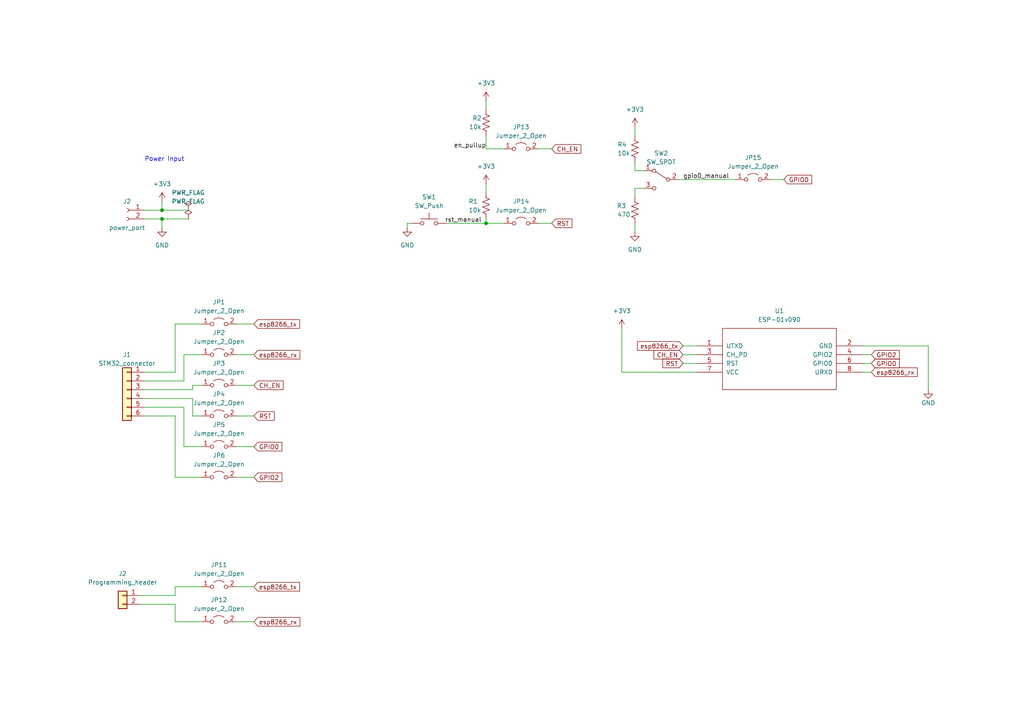
<source format=kicad_sch>
(kicad_sch (version 20211123) (generator eeschema)
  (paper "A4")
  (title_block (title "Communication Subsystem Schematic") (company "Team 23: Wherehouse") (comment 1 "ECE 40922 Spring 2023"))
  (lib_symbols
    (symbol "Connector:Conn_01x02_Female" (pin_names (offset 1.016) hide)
      (property "Reference" "J" (at 0 2.54 0))
      (property "Value" "Conn_01x02_Female" (at 0 -5.08 0))
      (symbol "Conn_01x02_Female_1_1"
        (arc (start 0 -2.032) (mid -0.508 -2.54) (end 0 -3.048) (stroke (width 0.1524)))
        (polyline (pts (xy -1.27 -2.54) (xy -0.508 -2.54)) (stroke (width 0.1524)))
        (polyline (pts (xy -1.27 0) (xy -0.508 0)) (stroke (width 0.1524)))
        (arc (start 0 0.508) (mid -0.508 0) (end 0 -0.508) (stroke (width 0.1524)))
        (pin passive line (at -5.08 0 0) (length 3.81) (name "Pin_1") (number "1"))
        (pin passive line (at -5.08 -2.54 0) (length 3.81) (name "Pin_2") (number "2"))
      )
    )
    (symbol "Connector_Generic:Conn_01x02" (pin_names (offset 1.016) hide)
      (property "Reference" "J" (at 0 2.54 0))
      (property "Value" "Conn_01x02" (at 0 -5.08 0))
      (symbol "Conn_01x02_1_1"
        (rectangle (start -1.27 -2.413) (end 0 -2.667) (stroke (width 0.1524)))
        (rectangle (start -1.27 0.127) (end 0 -0.127) (stroke (width 0.1524)))
        (rectangle (start -1.27 1.27) (end 1.27 -3.81) (stroke (width 0.254)) (fill (type background)))
        (pin passive line (at -5.08 0 0) (length 3.81) (name "Pin_1") (number "1"))
        (pin passive line (at -5.08 -2.54 0) (length 3.81) (name "Pin_2") (number "2"))
      )
    )
    (symbol "Connector_Generic:Conn_01x06" (pin_names (offset 1.016) hide)
      (property "Reference" "J" (at 0 7.62 0))
      (property "Value" "Conn_01x06" (at 0 -10.16 0))
      (symbol "Conn_01x06_1_1"
        (rectangle (start -1.27 -7.493) (end 0 -7.747) (stroke (width 0.1524)))
        (rectangle (start -1.27 -4.953) (end 0 -5.207) (stroke (width 0.1524)))
        (rectangle (start -1.27 -2.413) (end 0 -2.667) (stroke (width 0.1524)))
        (rectangle (start -1.27 0.127) (end 0 -0.127) (stroke (width 0.1524)))
        (rectangle (start -1.27 2.667) (end 0 2.413) (stroke (width 0.1524)))
        (rectangle (start -1.27 5.207) (end 0 4.953) (stroke (width 0.1524)))
        (rectangle (start -1.27 6.35) (end 1.27 -8.89) (stroke (width 0.254)) (fill (type background)))
        (pin passive line (at -5.08 5.08 0) (length 3.81) (name "Pin_1") (number "1"))
        (pin passive line (at -5.08 2.54 0) (length 3.81) (name "Pin_2") (number "2"))
        (pin passive line (at -5.08 0 0) (length 3.81) (name "Pin_3") (number "3"))
        (pin passive line (at -5.08 -2.54 0) (length 3.81) (name "Pin_4") (number "4"))
        (pin passive line (at -5.08 -5.08 0) (length 3.81) (name "Pin_5") (number "5"))
        (pin passive line (at -5.08 -7.62 0) (length 3.81) (name "Pin_6") (number "6"))
      )
    )
    (symbol "Device:R_US" (pin_numbers hide) (pin_names (offset 0))
      (property "Reference" "R" (at 2.54 0 90))
      (property "Value" "R_US" (at -2.54 0 90))
      (symbol "R_US_0_1"
        (polyline (pts (xy 0 -2.286) (xy 0 -2.54)))
        (polyline (pts (xy 0 2.286) (xy 0 2.54)))
        (polyline (pts (xy 0 -0.762) (xy 1.016 -1.143) (xy 0 -1.524) (xy -1.016 -1.905) (xy 0 -2.286)))
        (polyline (pts (xy 0 0.762) (xy 1.016 0.381) (xy 0 0) (xy -1.016 -0.381) (xy 0 -0.762)))
        (polyline (pts (xy 0 2.286) (xy 1.016 1.905) (xy 0 1.524) (xy -1.016 1.143) (xy 0 0.762)))
      )
      (symbol "R_US_1_1"
        (pin passive line (at 0 3.81 270) (length 1.27) (name "~") (number "1"))
        (pin passive line (at 0 -3.81 90) (length 1.27) (name "~") (number "2"))
      )
    )
    (symbol "ESP8266:ESP-01v090" (pin_names (offset 1.016))
      (property "Reference" "U" (at 0 -2.54 0))
      (property "Value" "ESP-01v090" (at 0 2.54 0))
      (symbol "ESP-01v090_1_0"
        (rectangle (start -16.51 -8.89) (end 16.51 8.89))
      )
      (symbol "ESP-01v090_1_1"
        (pin output line (at -24.13 3.81 0) (length 7.62) (name "UTXD") (number "1"))
        (pin power_in line (at 24.13 3.81 180) (length 7.62) (name "GND") (number "2"))
        (pin input line (at -24.13 1.27 0) (length 7.62) (name "CH_PD") (number "3"))
        (pin tri_state line (at 24.13 1.27 180) (length 7.62) (name "GPIO2") (number "4"))
        (pin input line (at -24.13 -1.27 0) (length 7.62) (name "RST") (number "5"))
        (pin tri_state line (at 24.13 -1.27 180) (length 7.62) (name "GPIO0") (number "6"))
        (pin power_in line (at -24.13 -3.81 0) (length 7.62) (name "VCC") (number "7"))
        (pin input line (at 24.13 -3.81 180) (length 7.62) (name "URXD") (number "8"))
      )
    )
    (symbol "Jumper:Jumper_2_Open" (pin_names (offset 0) hide)
      (property "Reference" "JP" (at 0 2.794 0))
      (property "Value" "Jumper_2_Open" (at 0 -2.286 0))
      (symbol "Jumper_2_Open_0_0"
        (circle (center -2.032 0) (radius 0.508))
        (circle (center 2.032 0) (radius 0.508))
      )
      (symbol "Jumper_2_Open_0_1"
        (arc (start 1.524 1.27) (mid 0 1.778) (end -1.524 1.27))
      )
      (symbol "Jumper_2_Open_1_1"
        (pin passive line (at -5.08 0 0) (length 2.54) (name "A") (number "1"))
        (pin passive line (at 5.08 0 180) (length 2.54) (name "B") (number "2"))
      )
    )
    (symbol "Switch:SW_Push" (pin_numbers hide) (pin_names (offset 1.016) hide)
      (property "Reference" "SW" (at 1.27 2.54 0))
      (property "Value" "SW_Push" (at 0 -1.524 0))
      (symbol "SW_Push_0_1"
        (circle (center -2.032 0) (radius 0.508))
        (polyline (pts (xy 0 1.27) (xy 0 3.048)))
        (polyline (pts (xy 2.54 1.27) (xy -2.54 1.27)))
        (circle (center 2.032 0) (radius 0.508))
        (pin passive line (at -5.08 0 0) (length 2.54) (name "1") (number "1"))
        (pin passive line (at 5.08 0 180) (length 2.54) (name "2") (number "2"))
      )
    )
    (symbol "Switch:SW_SPDT" (pin_names (offset 0) hide)
      (property "Reference" "SW" (at 0 4.318 0))
      (property "Value" "SW_SPDT" (at 0 -5.08 0))
      (symbol "SW_SPDT_0_0"
        (circle (center -2.032 0) (radius 0.508))
        (circle (center 2.032 -2.54) (radius 0.508))
      )
      (symbol "SW_SPDT_0_1"
        (polyline (pts (xy -1.524 0.254) (xy 1.651 2.286)))
        (circle (center 2.032 2.54) (radius 0.508))
      )
      (symbol "SW_SPDT_1_1"
        (pin passive line (at 5.08 2.54 180) (length 2.54) (name "A") (number "1"))
        (pin passive line (at -5.08 0 0) (length 2.54) (name "B") (number "2"))
        (pin passive line (at 5.08 -2.54 180) (length 2.54) (name "C") (number "3"))
      )
    )
    (symbol "power:+3V3" (power) (pin_names (offset 0))
      (property "Value" "+3V3" (at 0 3.556 0))
      (symbol "+3V3_0_1"
        (polyline (pts (xy -0.762 1.27) (xy 0 2.54)))
        (polyline (pts (xy 0 0) (xy 0 2.54)))
        (polyline (pts (xy 0 2.54) (xy 0.762 1.27)))
      )
      (symbol "+3V3_1_1"
        (pin power_in line (at 0 0 90) (length 0) hide (name "+3V3") (number "1"))
      )
    )
    (symbol "power:GND" (power) (pin_names (offset 0))
      (property "Value" "GND" (at 0 -3.81 0))
      (symbol "GND_0_1"
        (polyline (pts (xy 0 0) (xy 0 -1.27) (xy 1.27 -1.27) (xy 0 -2.54) (xy -1.27 -1.27) (xy 0 -1.27)))
      )
      (symbol "GND_1_1"
        (pin power_in line (at 0 0 270) (length 0) hide (name "GND") (number "1"))
      )
    )
    (symbol "power:PWR_FLAG" (power) (pin_numbers hide) (pin_names (offset 0) hide)
      (property "Value" "PWR_FLAG" (at 0 3.81 0))
      (symbol "PWR_FLAG_0_0"
        (pin power_out line (at 0 0 90) (length 0) (name "pwr") (number "1"))
      )
      (symbol "PWR_FLAG_0_1"
        (polyline (pts (xy 0 0) (xy 0 1.27) (xy -1.016 1.905) (xy 0 2.54) (xy 1.016 1.905) (xy 0 1.27)))
      )
    )
  )
  (junction (at 46.99 60.96))
  (junction (at 140.97 64.77))
  (junction (at 46.99 63.5))
  (wire (pts (xy 201.93 102.87) (xy 198.12 102.87)))
  (wire (pts (xy 55.88 115.57) (xy 55.88 120.65)))
  (wire (pts (xy 46.99 63.5) (xy 46.99 66.04)))
  (wire (pts (xy 50.8 170.18) (xy 58.42 170.18)))
  (wire (pts (xy 250.19 102.87) (xy 252.73 102.87)))
  (wire (pts (xy 68.58 102.87) (xy 73.66 102.87)))
  (wire (pts (xy 53.34 102.87) (xy 53.34 110.49)))
  (wire (pts (xy 53.34 129.54) (xy 53.34 118.11)))
  (wire (pts (xy 180.34 95.25) (xy 180.34 107.95)))
  (wire (pts (xy 54.61 63.5) (xy 46.99 63.5)))
  (wire (pts (xy 198.12 100.33) (xy 201.93 100.33)))
  (wire (pts (xy 68.58 129.54) (xy 73.66 129.54)))
  (wire (pts (xy 184.15 36.83) (xy 184.15 39.37)))
  (wire (pts (xy 180.34 107.95) (xy 201.93 107.95)))
  (wire (pts (xy 118.11 66.04) (xy 118.11 64.77)))
  (wire (pts (xy 184.15 64.77) (xy 184.15 67.31)))
  (wire (pts (xy 50.8 138.43) (xy 58.42 138.43)))
  (wire (pts (xy 53.34 110.49) (xy 41.91 110.49)))
  (wire (pts (xy 68.58 120.65) (xy 73.66 120.65)))
  (wire (pts (xy 68.58 93.98) (xy 73.66 93.98)))
  (wire (pts (xy 68.58 111.76) (xy 73.66 111.76)))
  (wire (pts (xy 140.97 53.34) (xy 140.97 55.88)))
  (wire (pts (xy 55.88 111.76) (xy 55.88 113.03)))
  (wire (pts (xy 184.15 54.61) (xy 186.69 54.61)))
  (wire (pts (xy 53.34 118.11) (xy 41.91 118.11)))
  (wire (pts (xy 41.91 120.65) (xy 50.8 120.65)))
  (wire (pts (xy 58.42 102.87) (xy 53.34 102.87)))
  (wire (pts (xy 55.88 113.03) (xy 41.91 113.03)))
  (wire (pts (xy 140.97 39.37) (xy 140.97 43.18)))
  (wire (pts (xy 118.11 64.77) (xy 119.38 64.77)))
  (wire (pts (xy 68.58 170.18) (xy 73.66 170.18)))
  (wire (pts (xy 50.8 107.95) (xy 50.8 93.98)))
  (wire (pts (xy 184.15 57.15) (xy 184.15 54.61)))
  (wire (pts (xy 40.64 175.26) (xy 50.8 175.26)))
  (wire (pts (xy 184.15 49.53) (xy 186.69 49.53)))
  (wire (pts (xy 68.58 138.43) (xy 73.66 138.43)))
  (wire (pts (xy 129.54 64.77) (xy 140.97 64.77)))
  (wire (pts (xy 269.24 100.33) (xy 269.24 113.03)))
  (wire (pts (xy 58.42 111.76) (xy 55.88 111.76)))
  (wire (pts (xy 156.21 43.18) (xy 160.02 43.18)))
  (wire (pts (xy 41.91 60.96) (xy 46.99 60.96)))
  (wire (pts (xy 58.42 129.54) (xy 53.34 129.54)))
  (wire (pts (xy 40.64 172.72) (xy 50.8 172.72)))
  (wire (pts (xy 50.8 93.98) (xy 58.42 93.98)))
  (wire (pts (xy 140.97 64.77) (xy 146.05 64.77)))
  (wire (pts (xy 41.91 115.57) (xy 55.88 115.57)))
  (wire (pts (xy 50.8 120.65) (xy 50.8 138.43)))
  (wire (pts (xy 55.88 120.65) (xy 58.42 120.65)))
  (wire (pts (xy 250.19 107.95) (xy 252.73 107.95)))
  (wire (pts (xy 196.85 52.07) (xy 213.36 52.07)))
  (wire (pts (xy 41.91 107.95) (xy 50.8 107.95)))
  (wire (pts (xy 223.52 52.07) (xy 227.33 52.07)))
  (wire (pts (xy 50.8 172.72) (xy 50.8 170.18)))
  (wire (pts (xy 46.99 58.42) (xy 46.99 60.96)))
  (wire (pts (xy 50.8 180.34) (xy 58.42 180.34)))
  (wire (pts (xy 184.15 49.53) (xy 184.15 46.99)))
  (wire (pts (xy 54.61 60.96) (xy 46.99 60.96)))
  (wire (pts (xy 68.58 180.34) (xy 73.66 180.34)))
  (wire (pts (xy 140.97 43.18) (xy 146.05 43.18)))
  (wire (pts (xy 140.97 63.5) (xy 140.97 64.77)))
  (wire (pts (xy 250.19 105.41) (xy 252.73 105.41)))
  (wire (pts (xy 50.8 175.26) (xy 50.8 180.34)))
  (wire (pts (xy 140.97 29.21) (xy 140.97 31.75)))
  (wire (pts (xy 201.93 105.41) (xy 198.12 105.41)))
  (wire (pts (xy 41.91 63.5) (xy 46.99 63.5)))
  (wire (pts (xy 156.21 64.77) (xy 160.02 64.77)))
  (wire (pts (xy 250.19 100.33) (xy 269.24 100.33)))
  (text "Power Input" (at 41.91 46.99 0) (effects (font (size 1.27 1.27)) (justify left bottom)))
  (label "rst_manual" (at 139.7 64.77 180))
  (label "gpio0_manual" (at 198.12 52.07 0))
  (label "en_pullup" (at 140.97 43.18 180))
  (global_label "RST" (shape input) (at 73.66 120.65 0) (property "Intersheet References" "${INTERSHEET_REFS}" (effects hide)))
  (global_label "RST" (shape input) (at 160.02 64.77 0) (property "Intersheet References" "${INTERSHEET_REFS}" (effects hide)))
  (global_label "CH_EN" (shape input) (at 160.02 43.18 0) (property "Intersheet References" "${INTERSHEET_REFS}" (effects hide)))
  (global_label "GPIO2" (shape input) (at 73.66 138.43 0) (property "Intersheet References" "${INTERSHEET_REFS}" (effects hide)))
  (global_label "esp8266_tx" (shape input) (at 198.12 100.33 180) (property "Intersheet References" "${INTERSHEET_REFS}" (effects hide)))
  (global_label "CH_EN" (shape input) (at 198.12 102.87 180) (property "Intersheet References" "${INTERSHEET_REFS}" (effects hide)))
  (global_label "esp8266_rx" (shape input) (at 73.66 102.87 0) (property "Intersheet References" "${INTERSHEET_REFS}" (effects hide)))
  (global_label "GPIO2" (shape input) (at 252.73 102.87 0) (property "Intersheet References" "${INTERSHEET_REFS}" (effects hide)))
  (global_label "RST" (shape input) (at 198.12 105.41 180) (property "Intersheet References" "${INTERSHEET_REFS}" (effects hide)))
  (global_label "GPIO0" (shape input) (at 227.33 52.07 0) (property "Intersheet References" "${INTERSHEET_REFS}" (effects hide)))
  (global_label "esp8266_tx" (shape input) (at 73.66 93.98 0) (property "Intersheet References" "${INTERSHEET_REFS}" (effects hide)))
  (global_label "GPIO0" (shape input) (at 252.73 105.41 0) (property "Intersheet References" "${INTERSHEET_REFS}" (effects hide)))
  (global_label "GPIO0" (shape input) (at 73.66 129.54 0) (property "Intersheet References" "${INTERSHEET_REFS}" (effects hide)))
  (global_label "esp8266_tx" (shape input) (at 73.66 170.18 0) (property "Intersheet References" "${INTERSHEET_REFS}" (effects hide)))
  (global_label "CH_EN" (shape input) (at 73.66 111.76 0) (property "Intersheet References" "${INTERSHEET_REFS}" (effects hide)))
  (global_label "esp8266_rx" (shape input) (at 252.73 107.95 0) (property "Intersheet References" "${INTERSHEET_REFS}" (effects hide)))
  (global_label "esp8266_rx" (shape input) (at 73.66 180.34 0) (property "Intersheet References" "${INTERSHEET_REFS}" (effects hide)))
  (symbol (lib_id "Jumper:Jumper_2_Open") (at 63.5 129.54 0) (unit 1)
    (property "Reference" "JP5" (at 63.5 123.19 0))
    (property "Value" "Jumper_2_Open" (at 63.5 125.73 0))
  )
  (symbol (lib_id "Jumper:Jumper_2_Open") (at 151.13 64.77 0) (unit 1)
    (property "Reference" "JP14" (at 151.13 58.42 0))
    (property "Value" "Jumper_2_Open" (at 151.13 60.96 0))
  )
  (symbol (lib_id "Jumper:Jumper_2_Open") (at 63.5 120.65 0) (unit 1)
    (property "Reference" "JP4" (at 63.5 114.3 0))
    (property "Value" "Jumper_2_Open" (at 63.5 116.84 0))
  )
  (symbol (lib_id "Connector_Generic:Conn_01x02") (at 35.56 172.72 0) (mirror y) (unit 1)
    (property "Reference" "J2" (at 35.56 166.37 0))
    (property "Value" "Programming_header" (at 35.56 168.91 0))
  )
  (symbol (lib_id "power:PWR_FLAG") (at 54.61 60.96 0) (unit 1)
    (property "Reference" "#FLG0102" (effects hide))
    (property "Value" "PWR_FLAG" (at 54.61 55.88 0))
  )
  (symbol (lib_id "power:GND") (at 184.15 67.31 0) (unit 1)
    (property "Reference" "#PWR?" (effects hide))
    (property "Value" "GND" (at 184.15 72.39 0))
  )
  (symbol (lib_id "Device:R_US") (at 140.97 35.56 180) (unit 1)
    (property "Reference" "R2" (at 139.7 34.29 0) (effects (justify left)))
    (property "Value" "10k" (at 139.7 36.83 0) (effects (justify left)))
    (property "Footprint" "Resistor_THT:R_Axial_DIN0207_L6.3mm_D2.5mm_P10.16mm_Horizontal" (effects hide))
  )
  (symbol (lib_id "power:PWR_FLAG") (at 54.61 63.5 0) (unit 1)
    (property "Reference" "#FLG0101" (effects hide))
    (property "Value" "PWR_FLAG" (at 54.61 58.42 0))
  )
  (symbol (lib_id "Switch:SW_SPDT") (at 191.77 52.07 0) (mirror y) (unit 1)
    (property "Reference" "SW2" (at 191.77 44.45 0))
    (property "Value" "SW_SPDT" (at 191.77 46.99 0))
  )
  (symbol (lib_id "Jumper:Jumper_2_Open") (at 63.5 102.87 0) (unit 1)
    (property "Reference" "JP2" (at 63.5 96.52 0))
    (property "Value" "Jumper_2_Open" (at 63.5 99.06 0))
  )
  (symbol (lib_id "Device:R_US") (at 140.97 59.69 0) (unit 1)
    (property "Reference" "R1" (at 135.89 58.42 0) (effects (justify left)))
    (property "Value" "10k" (at 135.89 60.96 0) (effects (justify left)))
    (property "Footprint" "Resistor_THT:R_Axial_DIN0207_L6.3mm_D2.5mm_P10.16mm_Horizontal" (effects hide))
  )
  (symbol (lib_id "power:GND") (at 118.11 66.04 0) (unit 1)
    (property "Reference" "#PWR0106" (effects hide))
    (property "Value" "GND" (at 118.11 71.12 0))
  )
  (symbol (lib_id "power:+3V3") (at 140.97 53.34 0) (unit 1)
    (property "Reference" "#PWR0102" (effects hide))
    (property "Value" "+3V3" (at 140.97 48.26 0))
  )
  (symbol (lib_id "Jumper:Jumper_2_Open") (at 63.5 93.98 0) (unit 1)
    (property "Reference" "JP1" (at 63.5 87.63 0))
    (property "Value" "Jumper_2_Open" (at 63.5 90.17 0))
  )
  (symbol (lib_id "Jumper:Jumper_2_Open") (at 218.44 52.07 0) (unit 1)
    (property "Reference" "JP15" (at 218.44 45.72 0))
    (property "Value" "Jumper_2_Open" (at 218.44 48.26 0))
  )
  (symbol (lib_id "power:GND") (at 46.99 66.04 0) (unit 1)
    (property "Reference" "#PWR0108" (effects hide))
    (property "Value" "GND" (at 46.99 71.12 0))
  )
  (symbol (lib_id "power:GND") (at 269.24 113.03 0) (unit 1)
    (property "Reference" "#PWR0101" (effects hide))
    (property "Value" "GND" (at 269.24 116.84 0))
  )
  (symbol (lib_id "Device:R_US") (at 184.15 60.96 180) (unit 1)
    (property "Reference" "R3" (at 181.61 59.69 0) (effects (justify left)))
    (property "Value" "470" (at 182.88 62.23 0) (effects (justify left)))
    (property "Footprint" "Resistor_THT:R_Axial_DIN0207_L6.3mm_D2.5mm_P10.16mm_Horizontal" (effects hide))
  )
  (symbol (lib_id "Device:R_US") (at 184.15 43.18 0) (unit 1)
    (property "Reference" "R4" (at 179.07 41.91 0) (effects (justify left)))
    (property "Value" "10k" (at 179.07 44.45 0) (effects (justify left)))
    (property "Footprint" "Resistor_THT:R_Axial_DIN0207_L6.3mm_D2.5mm_P10.16mm_Horizontal" (effects hide))
  )
  (symbol (lib_id "Switch:SW_Push") (at 124.46 64.77 0) (unit 1)
    (property "Reference" "SW1" (at 124.46 57.15 0))
    (property "Value" "SW_Push" (at 124.46 59.69 0))
    (property "Footprint" "Button_Switch_THT:SW_PUSH_6mm_H5mm" (effects hide))
  )
  (symbol (lib_id "Jumper:Jumper_2_Open") (at 63.5 111.76 0) (unit 1)
    (property "Reference" "JP3" (at 63.5 105.41 0))
    (property "Value" "Jumper_2_Open" (at 63.5 107.95 0))
  )
  (symbol (lib_id "Connector_Generic:Conn_01x06") (at 36.83 113.03 0) (mirror y) (unit 1)
    (property "Reference" "J1" (at 36.83 102.87 0))
    (property "Value" "STM32_connector" (at 36.83 105.41 0))
  )
  (symbol (lib_id "Jumper:Jumper_2_Open") (at 63.5 170.18 0) (unit 1)
    (property "Reference" "JP11" (at 63.5 163.83 0))
    (property "Value" "Jumper_2_Open" (at 63.5 166.37 0))
  )
  (symbol (lib_id "ESP8266:ESP-01v090") (at 226.06 104.14 0) (unit 1)
    (property "Reference" "U1" (at 226.06 90.17 0))
    (property "Value" "ESP-01v090" (at 226.06 92.71 0))
    (property "Footprint" "ESP8266:ESP-01" (effects hide))
    (property "Datasheet" "http://l0l.org.uk/2014/12/esp8266-modules-hardware-guide-gotta-catch-em-all/" (effects hide))
  )
  (symbol (lib_id "power:+3V3") (at 180.34 95.25 0) (unit 1)
    (property "Reference" "#PWR0104" (effects hide))
    (property "Value" "+3V3" (at 180.34 90.17 0))
  )
  (symbol (lib_id "power:+3V3") (at 184.15 36.83 0) (unit 1)
    (property "Reference" "#PWR?" (effects hide))
    (property "Value" "+3V3" (at 184.15 31.75 0))
  )
  (symbol (lib_id "Jumper:Jumper_2_Open") (at 63.5 180.34 0) (unit 1)
    (property "Reference" "JP12" (at 63.5 173.99 0))
    (property "Value" "Jumper_2_Open" (at 63.5 176.53 0))
  )
  (symbol (lib_id "Jumper:Jumper_2_Open") (at 63.5 138.43 0) (unit 1)
    (property "Reference" "JP6" (at 63.5 132.08 0))
    (property "Value" "Jumper_2_Open" (at 63.5 134.62 0))
  )
  (symbol (lib_id "Jumper:Jumper_2_Open") (at 151.13 43.18 0) (unit 1)
    (property "Reference" "JP13" (at 151.13 36.83 0))
    (property "Value" "Jumper_2_Open" (at 151.13 39.37 0))
  )
  (symbol (lib_id "Connector:Conn_01x02_Female") (at 36.83 60.96 0) (mirror y) (unit 1)
    (property "Reference" "J2" (at 36.83 58.42 0))
    (property "Value" "power_port" (at 36.83 66.04 0))
    (property "Footprint" "Connector_PinSocket_2.54mm:PinSocket_1x02_P2.54mm_Vertical" (effects hide))
  )
  (symbol (lib_id "power:+3V3") (at 140.97 29.21 0) (unit 1)
    (property "Reference" "#PWR?" (effects hide))
    (property "Value" "+3V3" (at 140.97 24.13 0))
  )
  (symbol (lib_id "power:+3V3") (at 46.99 58.42 0) (unit 1)
    (property "Reference" "#PWR0107" (effects hide))
    (property "Value" "+3V3" (at 46.99 53.34 0))
  )
)
</source>
